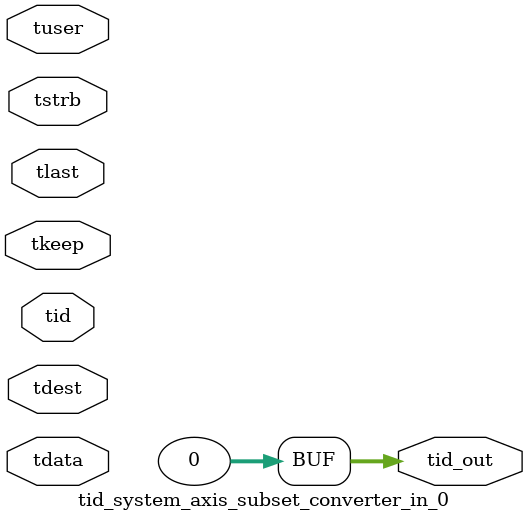
<source format=v>


`timescale 1ps/1ps

module tid_system_axis_subset_converter_in_0 #
(
parameter C_S_AXIS_TID_WIDTH   = 1,
parameter C_S_AXIS_TUSER_WIDTH = 0,
parameter C_S_AXIS_TDATA_WIDTH = 0,
parameter C_S_AXIS_TDEST_WIDTH = 0,
parameter C_M_AXIS_TID_WIDTH   = 32
)
(
input  [(C_S_AXIS_TID_WIDTH   == 0 ? 1 : C_S_AXIS_TID_WIDTH)-1:0       ] tid,
input  [(C_S_AXIS_TDATA_WIDTH == 0 ? 1 : C_S_AXIS_TDATA_WIDTH)-1:0     ] tdata,
input  [(C_S_AXIS_TUSER_WIDTH == 0 ? 1 : C_S_AXIS_TUSER_WIDTH)-1:0     ] tuser,
input  [(C_S_AXIS_TDEST_WIDTH == 0 ? 1 : C_S_AXIS_TDEST_WIDTH)-1:0     ] tdest,
input  [(C_S_AXIS_TDATA_WIDTH/8)-1:0 ] tkeep,
input  [(C_S_AXIS_TDATA_WIDTH/8)-1:0 ] tstrb,
input                                                                    tlast,
output [(C_M_AXIS_TID_WIDTH   == 0 ? 1 : C_M_AXIS_TID_WIDTH)-1:0       ] tid_out
);

assign tid_out = {1'b0};

endmodule


</source>
